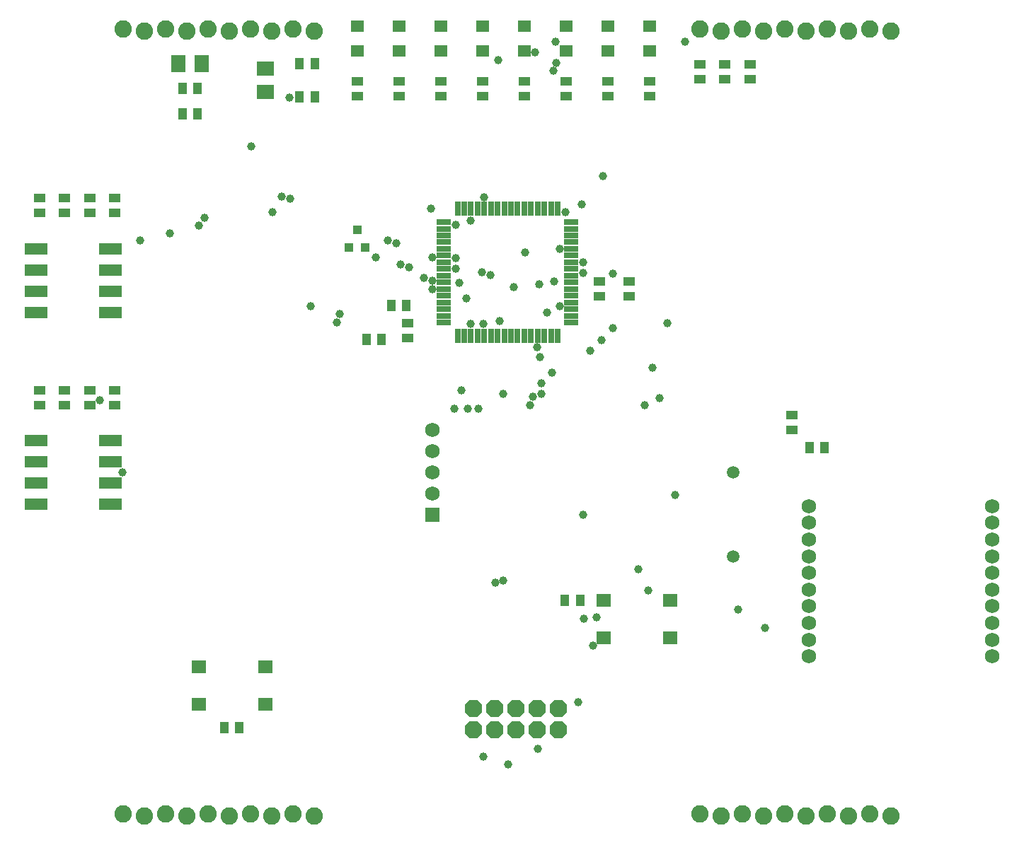
<source format=gts>
G75*
G70*
%OFA0B0*%
%FSLAX24Y24*%
%IPPOS*%
%LPD*%
%AMOC8*
5,1,8,0,0,1.08239X$1,22.5*
%
%ADD10C,0.0820*%
%ADD11R,0.0395X0.0552*%
%ADD12R,0.0552X0.0395*%
%ADD13R,0.1080X0.0580*%
%ADD14C,0.0680*%
%ADD15R,0.0631X0.0552*%
%ADD16R,0.0280X0.0660*%
%ADD17R,0.0660X0.0280*%
%ADD18OC8,0.0820*%
%ADD19R,0.0395X0.0434*%
%ADD20R,0.0690X0.0592*%
%ADD21R,0.0680X0.0680*%
%ADD22R,0.0710X0.0789*%
%ADD23R,0.0789X0.0710*%
%ADD24C,0.0595*%
%ADD25C,0.0397*%
%ADD26C,0.0390*%
D10*
X009629Y007428D03*
X010629Y007328D03*
X011629Y007428D03*
X012629Y007328D03*
X013629Y007428D03*
X014629Y007328D03*
X015629Y007428D03*
X016629Y007328D03*
X017629Y007428D03*
X018629Y007328D03*
X036794Y007428D03*
X037794Y007328D03*
X038794Y007428D03*
X039794Y007328D03*
X040794Y007428D03*
X041794Y007328D03*
X042794Y007428D03*
X043794Y007328D03*
X044794Y007428D03*
X045794Y007328D03*
X045794Y044336D03*
X044794Y044436D03*
X043794Y044336D03*
X042794Y044436D03*
X041794Y044336D03*
X040794Y044436D03*
X039794Y044336D03*
X038794Y044436D03*
X037794Y044336D03*
X036794Y044436D03*
X018629Y044336D03*
X017629Y044436D03*
X016629Y044336D03*
X015629Y044436D03*
X014629Y044336D03*
X013629Y044436D03*
X012629Y044336D03*
X011629Y044436D03*
X010629Y044336D03*
X009629Y044436D03*
D11*
X012424Y041630D03*
X013133Y041630D03*
X013133Y040449D03*
X012424Y040449D03*
X017936Y041236D03*
X018645Y041236D03*
X018645Y042811D03*
X017936Y042811D03*
X022267Y031394D03*
X022975Y031394D03*
X021794Y029819D03*
X021086Y029819D03*
X030436Y017516D03*
X031145Y017516D03*
X041952Y024701D03*
X042660Y024701D03*
X015101Y011512D03*
X014393Y011512D03*
D12*
X009235Y026709D03*
X009235Y027417D03*
X008054Y027417D03*
X008054Y026709D03*
X006873Y026709D03*
X006873Y027417D03*
X005692Y027417D03*
X005692Y026709D03*
X005692Y035764D03*
X005692Y036472D03*
X006873Y036472D03*
X006873Y035764D03*
X008054Y035764D03*
X008054Y036472D03*
X009235Y036472D03*
X009235Y035764D03*
X020652Y041276D03*
X020652Y041984D03*
X022621Y041984D03*
X022621Y041276D03*
X024589Y041276D03*
X024589Y041984D03*
X026558Y041984D03*
X026558Y041276D03*
X028526Y041276D03*
X028526Y041984D03*
X030495Y041984D03*
X030495Y041276D03*
X032463Y041276D03*
X032463Y041984D03*
X034432Y041984D03*
X034432Y041276D03*
X036794Y042063D03*
X036794Y042772D03*
X037975Y042772D03*
X037975Y042063D03*
X039156Y042063D03*
X039156Y042772D03*
X033448Y032535D03*
X033448Y031827D03*
X032070Y031827D03*
X032070Y032535D03*
X023015Y030567D03*
X023015Y029858D03*
X041125Y026236D03*
X041125Y025528D03*
D13*
X009017Y025020D03*
X009017Y024020D03*
X009017Y023020D03*
X009017Y022020D03*
X005517Y022020D03*
X005517Y023020D03*
X005517Y024020D03*
X005517Y025020D03*
X005517Y031075D03*
X005517Y032075D03*
X005517Y033075D03*
X005517Y034075D03*
X009017Y034075D03*
X009017Y033075D03*
X009017Y032075D03*
X009017Y031075D03*
D14*
X024196Y025520D03*
X024196Y024520D03*
X024196Y023520D03*
X024196Y022520D03*
X041912Y021945D03*
X041912Y021157D03*
X041912Y020370D03*
X041912Y019583D03*
X041912Y018795D03*
X041912Y018008D03*
X041912Y017220D03*
X041912Y016433D03*
X041912Y015646D03*
X041912Y014858D03*
X050574Y014858D03*
X050574Y015646D03*
X050574Y016433D03*
X050574Y017220D03*
X050574Y018008D03*
X050574Y018795D03*
X050574Y019583D03*
X050574Y020370D03*
X050574Y021157D03*
X050574Y021945D03*
D15*
X034432Y043402D03*
X034432Y044583D03*
X032463Y044583D03*
X032463Y043402D03*
X030495Y043402D03*
X030495Y044583D03*
X028526Y044583D03*
X028526Y043402D03*
X026558Y043402D03*
X026558Y044583D03*
X024589Y044583D03*
X024589Y043402D03*
X022621Y043402D03*
X022621Y044583D03*
X020652Y044583D03*
X020652Y043402D03*
D16*
X025379Y035969D03*
X025689Y035969D03*
X026009Y035969D03*
X026319Y035969D03*
X026639Y035969D03*
X026949Y035969D03*
X027269Y035969D03*
X027579Y035969D03*
X027899Y035969D03*
X028209Y035969D03*
X028529Y035969D03*
X028839Y035969D03*
X029159Y035969D03*
X029469Y035969D03*
X029789Y035969D03*
X030099Y035969D03*
X030099Y029969D03*
X029789Y029969D03*
X029469Y029969D03*
X029159Y029969D03*
X028839Y029969D03*
X028529Y029969D03*
X028209Y029969D03*
X027899Y029969D03*
X027579Y029969D03*
X027269Y029969D03*
X026949Y029969D03*
X026639Y029969D03*
X026319Y029969D03*
X026009Y029969D03*
X025689Y029969D03*
X025379Y029969D03*
D17*
X024739Y030609D03*
X024739Y030919D03*
X024739Y031239D03*
X024739Y031549D03*
X024739Y031869D03*
X024739Y032179D03*
X024739Y032499D03*
X024739Y032809D03*
X024739Y033129D03*
X024739Y033439D03*
X024739Y033759D03*
X024739Y034069D03*
X024739Y034389D03*
X024739Y034699D03*
X024739Y035019D03*
X024739Y035329D03*
X030739Y035329D03*
X030739Y035019D03*
X030739Y034699D03*
X030739Y034389D03*
X030739Y034069D03*
X030739Y033759D03*
X030739Y033439D03*
X030739Y033129D03*
X030739Y032809D03*
X030739Y032499D03*
X030739Y032179D03*
X030739Y031869D03*
X030739Y031549D03*
X030739Y031239D03*
X030739Y030919D03*
X030739Y030609D03*
D18*
X030133Y012406D03*
X029133Y012406D03*
X028133Y012406D03*
X027133Y012406D03*
X026133Y012406D03*
X026133Y011406D03*
X027133Y011406D03*
X028133Y011406D03*
X029133Y011406D03*
X030133Y011406D03*
D19*
X021026Y034150D03*
X020278Y034150D03*
X020652Y034976D03*
D20*
X032276Y017516D03*
X032276Y015744D03*
X035406Y015744D03*
X035406Y017516D03*
X016312Y014366D03*
X016312Y012594D03*
X013182Y012594D03*
X013182Y014366D03*
D21*
X024196Y021520D03*
D22*
X013330Y042811D03*
X012227Y042811D03*
D23*
X016322Y042575D03*
X016322Y041472D03*
D24*
X038369Y023520D03*
X038369Y019583D03*
D25*
X029235Y032417D03*
X028015Y032260D03*
D26*
X026912Y032850D03*
X026519Y032969D03*
X025456Y032457D03*
X025810Y031748D03*
X026007Y030528D03*
X026597Y030528D03*
X027345Y030685D03*
X029117Y029425D03*
X029274Y028953D03*
X029826Y028244D03*
X029314Y027732D03*
X029314Y027220D03*
X028920Y027102D03*
X028802Y026709D03*
X027542Y027220D03*
X026361Y026551D03*
X025849Y026551D03*
X025219Y026551D03*
X025574Y027417D03*
X029589Y031079D03*
X030180Y031354D03*
X029944Y032535D03*
X031282Y032929D03*
X031282Y033441D03*
X030180Y034071D03*
X028566Y033913D03*
X030456Y035803D03*
X031243Y036157D03*
X032227Y037496D03*
X032700Y032890D03*
X032700Y030331D03*
X032149Y029780D03*
X031637Y029268D03*
X034550Y028480D03*
X034904Y027024D03*
X034196Y026709D03*
X035259Y030567D03*
X026637Y036512D03*
X026007Y035409D03*
X025298Y035213D03*
X024117Y035961D03*
X022503Y034346D03*
X022109Y034465D03*
X021519Y033677D03*
X022700Y033323D03*
X023093Y033205D03*
X023802Y032693D03*
X024196Y032575D03*
X024196Y032181D03*
X025298Y033126D03*
X025298Y033638D03*
X024196Y033677D03*
X019826Y031000D03*
X019708Y030606D03*
X018448Y031354D03*
X013211Y035173D03*
X013448Y035528D03*
X011834Y034819D03*
X010416Y034465D03*
X016676Y035803D03*
X017109Y036551D03*
X017503Y036433D03*
X015652Y038913D03*
X017463Y041197D03*
X027306Y042969D03*
X029038Y043323D03*
X029983Y043835D03*
X030023Y042850D03*
X029904Y042457D03*
X036086Y043835D03*
X009589Y023520D03*
X008526Y026945D03*
X027149Y018323D03*
X027542Y018441D03*
X031322Y016630D03*
X031912Y016709D03*
X031755Y015370D03*
X031046Y012693D03*
X029156Y010488D03*
X027778Y009780D03*
X026597Y010134D03*
X034353Y017969D03*
X033881Y018953D03*
X031282Y021551D03*
X035613Y022457D03*
X038605Y017063D03*
X039865Y016197D03*
M02*

</source>
